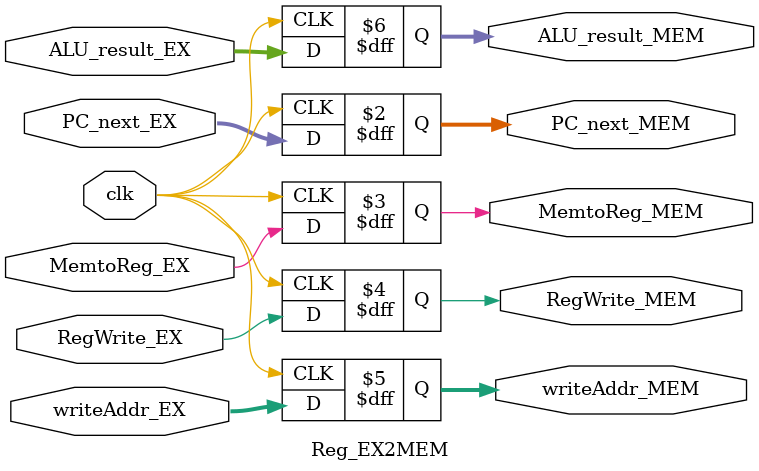
<source format=v>
module Reg_EX2MEM (
    clk,
    PC_next_EX,
    PC_next_MEM,
    MemtoReg_EX,
    MemtoReg_MEM,
    RegWrite_EX,
    RegWrite_MEM,
    writeAddr_EX,
    writeAddr_MEM,
    ALU_result_EX,
    ALU_result_MEM
);
    input clk;
    input [31:0] PC_next_EX;
    output reg [31:0] PC_next_MEM;
    input MemtoReg_EX;
    output reg MemtoReg_MEM;
    input RegWrite_EX;
    output reg RegWrite_MEM;
    input [4:0] writeAddr_EX;
    output reg [4:0] writeAddr_MEM;
    input [31:0] ALU_result_EX;
    output reg [31:0] ALU_result_MEM;

    always @(posedge clk) begin
        PC_next_MEM <= PC_next_EX;
        MemtoReg_MEM <= MemtoReg_EX;
        RegWrite_MEM <= RegWrite_EX;
        writeAddr_MEM <= writeAddr_EX;
        ALU_result_MEM <= ALU_result_EX;
    end
endmodule
</source>
